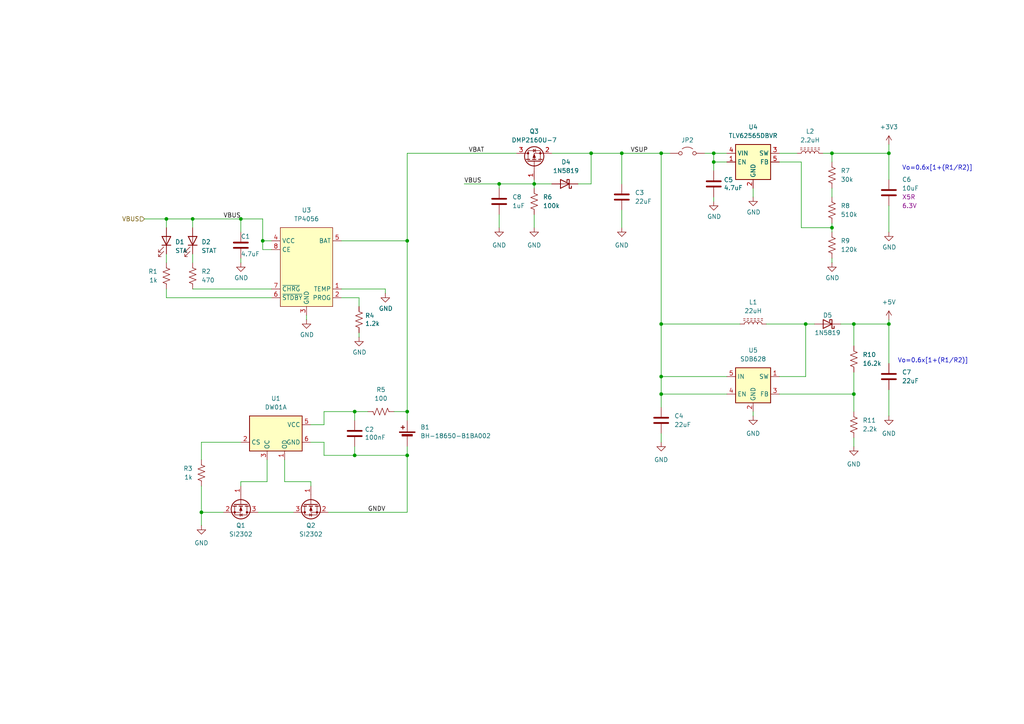
<source format=kicad_sch>
(kicad_sch (version 20250114) (generator "eeschema") (generator_version "9.0")
  (paper "A4")
  (title_block (title "${TITLE}") (date "2025-09-29") (rev "${REVISION}"))
  (lib_symbols
    (symbol "Battery_Management:DW01A"
      (property "Reference" "U" (at -6.604 6.35 0))
      (property "Value" "DW01A" (at 4.318 6.604 0))
      (symbol "DW01A_0_1"
        (pin power_in line (at -10.16 2.54 0) (length 2.54) (name "VCC") (number "5"))
        (pin power_in line (at -10.16 -2.54 0) (length 2.54) (name "GND") (number "6"))
        (pin output line (at -2.54 -7.62 90) (length 2.54) (name "OD") (number "1"))
        (pin output line (at 2.54 -7.62 90) (length 2.54) (name "OC") (number "3"))
        (pin input line (at 10.16 -2.54 180) (length 2.54) (name "CS") (number "2"))
      )
      (symbol "DW01A_1_1"
        (rectangle (start -7.62 5.08) (end 7.62 -5.08) (stroke (width 0.254)) (fill (type background)))
        (pin no_connect line (at 10.16 2.54 180) (length 2.54) (hide yes) (name "TD") (number "4"))
      )
    )
    (symbol "Device:Battery_Cell" (pin_numbers (hide yes)) (pin_names (offset 0) (hide yes))
      (property "Reference" "BT" (at 2.54 2.54 0))
      (property "Value" "Battery_Cell" (at 2.54 0 0))
      (symbol "Battery_Cell_0_1"
        (rectangle (start -2.286 1.778) (end 2.286 1.524) (fill (type outline)))
        (rectangle (start -1.524 1.016) (end 1.524 0.508) (fill (type outline)))
        (polyline (pts (xy 0 1.778) (xy 0 2.54)))
        (polyline (pts (xy 0 0.762) (xy 0 0)))
        (polyline (pts (xy 0.762 3.048) (xy 1.778 3.048)) (stroke (width 0.254)))
        (polyline (pts (xy 1.27 3.556) (xy 1.27 2.54)) (stroke (width 0.254)))
      )
      (symbol "Battery_Cell_1_1"
        (pin passive line (at 0 5.08 270) (length 2.54) (name "+") (number "1"))
        (pin passive line (at 0 -2.54 90) (length 2.54) (name "-") (number "2"))
      )
    )
    (symbol "Device:C" (pin_numbers (hide yes)) (pin_names (offset 0.254))
      (property "Reference" "C" (at 0.635 2.54 0))
      (property "Value" "C" (at 0.635 -2.54 0))
      (symbol "C_0_1"
        (polyline (pts (xy -2.032 0.762) (xy 2.032 0.762)) (stroke (width 0.508)))
        (polyline (pts (xy -2.032 -0.762) (xy 2.032 -0.762)) (stroke (width 0.508)))
      )
      (symbol "C_1_1"
        (pin passive line (at 0 3.81 270) (length 2.794) (name "~") (number "1"))
        (pin passive line (at 0 -3.81 90) (length 2.794) (name "~") (number "2"))
      )
    )
    (symbol "Device:LED" (pin_numbers (hide yes)) (pin_names (offset 1.016) (hide yes))
      (property "Reference" "D" (at 0 2.54 0))
      (property "Value" "LED" (at 0 -2.54 0))
      (symbol "LED_0_1"
        (polyline (pts (xy -3.048 -0.762) (xy -4.572 -2.286) (xy -3.81 -2.286) (xy -4.572 -2.286) (xy -4.572 -1.524)))
        (polyline (pts (xy -1.778 -0.762) (xy -3.302 -2.286) (xy -2.54 -2.286) (xy -3.302 -2.286) (xy -3.302 -1.524)))
        (polyline (pts (xy -1.27 0) (xy 1.27 0)))
        (polyline (pts (xy -1.27 -1.27) (xy -1.27 1.27)) (stroke (width 0.254)))
        (polyline (pts (xy 1.27 -1.27) (xy 1.27 1.27) (xy -1.27 0) (xy 1.27 -1.27)) (stroke (width 0.254)))
      )
      (symbol "LED_1_1"
        (pin passive line (at -3.81 0 0) (length 2.54) (name "K") (number "1"))
        (pin passive line (at 3.81 0 180) (length 2.54) (name "A") (number "2"))
      )
    )
    (symbol "Device:L_Ferrite" (pin_numbers (hide yes)) (pin_names (offset 1.016) (hide yes))
      (property "Reference" "L" (at -1.27 0 90))
      (property "Value" "L_Ferrite" (at 2.794 0 90))
      (symbol "L_Ferrite_0_1"
        (arc (start 0 2.54) (mid 0.6323 1.905) (end 0 1.27))
        (arc (start 0 1.27) (mid 0.6323 0.635) (end 0 0))
        (arc (start 0 0) (mid 0.6323 -0.635) (end 0 -1.27))
        (arc (start 0 -1.27) (mid 0.6323 -1.905) (end 0 -2.54))
        (polyline (pts (xy 1.016 2.286) (xy 1.016 2.794)))
        (polyline (pts (xy 1.016 1.27) (xy 1.016 1.778)))
        (polyline (pts (xy 1.016 0.254) (xy 1.016 0.762)))
        (polyline (pts (xy 1.016 -0.762) (xy 1.016 -0.254)))
        (polyline (pts (xy 1.016 -1.778) (xy 1.016 -1.27)))
        (polyline (pts (xy 1.016 -2.794) (xy 1.016 -2.286)))
        (polyline (pts (xy 1.524 2.794) (xy 1.524 2.286)))
        (polyline (pts (xy 1.524 1.778) (xy 1.524 1.27)))
        (polyline (pts (xy 1.524 0.762) (xy 1.524 0.254)))
        (polyline (pts (xy 1.524 -0.254) (xy 1.524 -0.762)))
        (polyline (pts (xy 1.524 -1.27) (xy 1.524 -1.778)))
        (polyline (pts (xy 1.524 -2.286) (xy 1.524 -2.794)))
      )
      (symbol "L_Ferrite_1_1"
        (pin passive line (at 0 3.81 270) (length 1.27) (name "1") (number "1"))
        (pin passive line (at 0 -3.81 90) (length 1.27) (name "2") (number "2"))
      )
    )
    (symbol "Device:R_US" (pin_numbers (hide yes)) (pin_names (offset 0))
      (property "Reference" "R" (at 2.54 0 90))
      (property "Value" "R_US" (at -2.54 0 90))
      (symbol "R_US_0_1"
        (polyline (pts (xy 0 2.286) (xy 0 2.54)))
        (polyline (pts (xy 0 2.286) (xy 1.016 1.905) (xy 0 1.524) (xy -1.016 1.143) (xy 0 0.762)))
        (polyline (pts (xy 0 0.762) (xy 1.016 0.381) (xy 0 0) (xy -1.016 -0.381) (xy 0 -0.762)))
        (polyline (pts (xy 0 -0.762) (xy 1.016 -1.143) (xy 0 -1.524) (xy -1.016 -1.905) (xy 0 -2.286)))
        (polyline (pts (xy 0 -2.286) (xy 0 -2.54)))
      )
      (symbol "R_US_1_1"
        (pin passive line (at 0 3.81 270) (length 1.27) (name "~") (number "1"))
        (pin passive line (at 0 -3.81 90) (length 1.27) (name "~") (number "2"))
      )
    )
    (symbol "Diode:B120-E3" (pin_numbers (hide yes)) (pin_names (hide yes))
      (property "Reference" "D" (at 0 2.54 0))
      (property "Value" "B120-E3" (at 0 -2.54 0))
      (symbol "B120-E3_0_1"
        (polyline (pts (xy -1.905 0.635) (xy -1.905 1.27) (xy -1.27 1.27) (xy -1.27 -1.27) (xy -0.635 -1.27) (xy -0.635 -0.635)) (stroke (width 0.254)))
        (polyline (pts (xy 1.27 1.27) (xy 1.27 -1.27) (xy -1.27 0) (xy 1.27 1.27)) (stroke (width 0.254)))
        (polyline (pts (xy 1.27 0) (xy -1.27 0)))
      )
      (symbol "B120-E3_1_1"
        (pin passive line (at -3.81 0 0) (length 2.54) (name "K") (number "1"))
        (pin passive line (at 3.81 0 180) (length 2.54) (name "A") (number "2"))
      )
    )
    (symbol "Jumper:Jumper_2_Open" (pin_numbers (hide yes)) (pin_names (offset 0) (hide yes))
      (property "Reference" "JP" (at 0 2.794 0))
      (property "Value" "Jumper_2_Open" (at 0 -2.286 0))
      (symbol "Jumper_2_Open_0_0"
        (circle (center -2.032 0) (radius 0.508))
        (circle (center 2.032 0) (radius 0.508))
      )
      (symbol "Jumper_2_Open_0_1"
        (arc (start -1.524 1.27) (mid 0 1.778) (end 1.524 1.27))
      )
      (symbol "Jumper_2_Open_1_1"
        (pin passive line (at -5.08 0 0) (length 2.54) (name "A") (number "1"))
        (pin passive line (at 5.08 0 180) (length 2.54) (name "B") (number "2"))
      )
    )
    (symbol "LED_1" (pin_numbers (hide yes)) (pin_names (offset 1.016) (hide yes))
      (property "Reference" "D" (at 0 2.54 0))
      (property "Value" "LED" (at 0 -2.54 0))
      (symbol "LED_1_0_1"
        (polyline (pts (xy -3.048 -0.762) (xy -4.572 -2.286) (xy -3.81 -2.286) (xy -4.572 -2.286) (xy -4.572 -1.524)))
        (polyline (pts (xy -1.778 -0.762) (xy -3.302 -2.286) (xy -2.54 -2.286) (xy -3.302 -2.286) (xy -3.302 -1.524)))
        (polyline (pts (xy -1.27 0) (xy 1.27 0)))
        (polyline (pts (xy -1.27 -1.27) (xy -1.27 1.27)) (stroke (width 0.254)))
        (polyline (pts (xy 1.27 -1.27) (xy 1.27 1.27) (xy -1.27 0) (xy 1.27 -1.27)) (stroke (width 0.254)))
      )
      (symbol "LED_1_1_1"
        (pin passive line (at -3.81 0 0) (length 2.54) (name "K") (number "1"))
        (pin passive line (at 3.81 0 180) (length 2.54) (name "A") (number "2"))
      )
    )
    (symbol "Mss_devices:TP4056"
      (property "Reference" "U" (at 6.35 -12.7 0))
      (property "Value" "TP4056" (at 0 0 0))
      (symbol "TP4056_0_0"
        (pin passive line (at -10.16 5.08 0) (length 2.54) (name "CE") (number "8"))
        (pin passive line (at -10.16 -6.35 0) (length 2.54) (name "~{CHRG}") (number "7"))
        (pin passive line (at -10.16 -8.89 0) (length 2.54) (name "~{STDBY}") (number "6"))
        (pin passive line (at 0 -13.97 90) (length 2.54) (name "GND") (number "3"))
        (pin passive line (at 10.16 7.62 180) (length 2.54) (name "BAT") (number "5"))
        (pin passive line (at 10.16 -6.35 180) (length 2.54) (name "TEMP") (number "1"))
        (pin passive line (at 10.16 -8.89 180) (length 2.54) (name "PROG") (number "2"))
      )
      (symbol "TP4056_0_1"
        (rectangle (start -7.62 11.43) (end 7.62 -11.43) (fill (type background)))
      )
      (symbol "TP4056_1_1"
        (pin passive line (at -10.16 7.62 0) (length 2.54) (name "VCC") (number "4"))
      )
    )
    (symbol "Regulator_Switching:MT3608"
      (property "Reference" "U" (at -2.54 8.89 0))
      (property "Value" "MT3608" (at -3.81 6.35 0))
      (symbol "MT3608_0_1"
        (rectangle (start -5.08 5.08) (end 5.08 -5.08) (stroke (width 0.254)) (fill (type background)))
      )
      (symbol "MT3608_1_1"
        (pin power_in line (at -7.62 2.54 0) (length 2.54) (name "IN") (number "5"))
        (pin input line (at -7.62 -2.54 0) (length 2.54) (name "EN") (number "4"))
        (pin power_in line (at 0 -7.62 90) (length 2.54) (name "GND") (number "2"))
        (pin no_connect line (at 5.08 0 180) (length 2.54) (hide yes) (name "NC") (number "6"))
        (pin passive line (at 7.62 2.54 180) (length 2.54) (name "SW") (number "1"))
        (pin input line (at 7.62 -2.54 180) (length 2.54) (name "FB") (number "3"))
      )
    )
    (symbol "Transistor_FET:FDN340P" (pin_names (hide yes))
      (property "Reference" "Q" (at 5.08 1.905 0))
      (property "Value" "FDN340P" (at 5.08 0 0))
      (symbol "FDN340P_0_1"
        (polyline (pts (xy 0.254 1.905) (xy 0.254 -1.905)) (stroke (width 0.254)))
        (polyline (pts (xy 0.254 0) (xy -2.54 0)))
        (polyline (pts (xy 0.762 2.286) (xy 0.762 1.27)) (stroke (width 0.254)))
        (polyline (pts (xy 0.762 1.778) (xy 3.302 1.778) (xy 3.302 -1.778) (xy 0.762 -1.778)))
        (polyline (pts (xy 0.762 0.508) (xy 0.762 -0.508)) (stroke (width 0.254)))
        (polyline (pts (xy 0.762 -1.27) (xy 0.762 -2.286)) (stroke (width 0.254)))
        (circle (center 1.651 0) (radius 2.794) (stroke (width 0.254)))
        (polyline (pts (xy 2.286 0) (xy 1.27 0.381) (xy 1.27 -0.381) (xy 2.286 0)) (fill (type outline)))
        (polyline (pts (xy 2.54 2.54) (xy 2.54 1.778)))
        (circle (center 2.54 1.778) (radius 0.254) (fill (type outline)))
        (circle (center 2.54 -1.778) (radius 0.254) (fill (type outline)))
        (polyline (pts (xy 2.54 -2.54) (xy 2.54 0) (xy 0.762 0)))
        (polyline (pts (xy 2.794 -0.508) (xy 2.921 -0.381) (xy 3.683 -0.381) (xy 3.81 -0.254)))
        (polyline (pts (xy 3.302 -0.381) (xy 2.921 0.254) (xy 3.683 0.254) (xy 3.302 -0.381)))
      )
      (symbol "FDN340P_1_1"
        (pin input line (at -5.08 0 0) (length 2.54) (name "G") (number "1"))
        (pin passive line (at 2.54 5.08 270) (length 2.54) (name "D") (number "3"))
        (pin passive line (at 2.54 -5.08 90) (length 2.54) (name "S") (number "2"))
      )
    )
    (symbol "Transistor_FET:Q_NMOS_GSD" (pin_names (offset 0) (hide yes))
      (property "Reference" "Q" (at 5.08 1.905 0))
      (property "Value" "Q_NMOS_GSD" (at 5.08 0 0))
      (symbol "Q_NMOS_GSD_0_1"
        (polyline (pts (xy 0.254 1.905) (xy 0.254 -1.905)) (stroke (width 0.254)))
        (polyline (pts (xy 0.254 0) (xy -2.54 0)))
        (polyline (pts (xy 0.762 2.286) (xy 0.762 1.27)) (stroke (width 0.254)))
        (polyline (pts (xy 0.762 0.508) (xy 0.762 -0.508)) (stroke (width 0.254)))
        (polyline (pts (xy 0.762 -1.27) (xy 0.762 -2.286)) (stroke (width 0.254)))
        (polyline (pts (xy 0.762 -1.778) (xy 3.302 -1.778) (xy 3.302 1.778) (xy 0.762 1.778)))
        (polyline (pts (xy 1.016 0) (xy 2.032 0.381) (xy 2.032 -0.381) (xy 1.016 0)) (fill (type outline)))
        (circle (center 1.651 0) (radius 2.794) (stroke (width 0.254)))
        (polyline (pts (xy 2.54 2.54) (xy 2.54 1.778)))
        (circle (center 2.54 1.778) (radius 0.254) (fill (type outline)))
        (circle (center 2.54 -1.778) (radius 0.254) (fill (type outline)))
        (polyline (pts (xy 2.54 -2.54) (xy 2.54 0) (xy 0.762 0)))
        (polyline (pts (xy 2.921 0.381) (xy 3.683 0.381)))
        (polyline (pts (xy 3.302 0.381) (xy 2.921 -0.254) (xy 3.683 -0.254) (xy 3.302 0.381)))
      )
      (symbol "Q_NMOS_GSD_1_1"
        (pin input line (at -5.08 0 0) (length 2.54) (name "G") (number "1"))
        (pin passive line (at 2.54 5.08 270) (length 2.54) (name "D") (number "3"))
        (pin passive line (at 2.54 -5.08 90) (length 2.54) (name "S") (number "2"))
      )
    )
    (symbol "kmr:C_1uF_0805" (pin_numbers (hide yes)) (pin_names (offset 0.254))
      (property "Reference" "C" (at 0.635 2.54 0))
      (property "Value" "1uF" (at 0.635 -2.54 0))
      (symbol "C_1uF_0805_0_1"
        (polyline (pts (xy -2.032 0.762) (xy 2.032 0.762)) (stroke (width 0.508)))
        (polyline (pts (xy -2.032 -0.762) (xy 2.032 -0.762)) (stroke (width 0.508)))
      )
      (symbol "C_1uF_0805_1_1"
        (pin passive line (at 0 3.81 270) (length 2.794) (name "~") (number "1"))
        (pin passive line (at 0 -3.81 90) (length 2.794) (name "~") (number "2"))
      )
    )
    (symbol "kmr:R_100_0603" (pin_numbers (hide yes)) (pin_names (offset 0))
      (property "Reference" "R" (at 2.54 0 90))
      (property "Value" "100" (at -2.54 0 90))
      (symbol "R_100_0603_0_1"
        (polyline (pts (xy 0 2.286) (xy 0 2.54)))
        (polyline (pts (xy 0 2.286) (xy 1.016 1.905) (xy 0 1.524) (xy -1.016 1.143) (xy 0 0.762)))
        (polyline (pts (xy 0 0.762) (xy 1.016 0.381) (xy 0 0) (xy -1.016 -0.381) (xy 0 -0.762)))
        (polyline (pts (xy 0 -0.762) (xy 1.016 -1.143) (xy 0 -1.524) (xy -1.016 -1.905) (xy 0 -2.286)))
        (polyline (pts (xy 0 -2.286) (xy 0 -2.54)))
      )
      (symbol "R_100_0603_1_1"
        (pin passive line (at 0 3.81 270) (length 1.27) (name "~") (number "1"))
        (pin passive line (at 0 -3.81 90) (length 1.27) (name "~") (number "2"))
      )
    )
    (symbol "kmr:R_100k_0603" (pin_numbers (hide yes)) (pin_names (offset 0))
      (property "Reference" "R" (at 2.54 0 90))
      (property "Value" "100k" (at -2.54 0 90))
      (symbol "R_100k_0603_0_1"
        (polyline (pts (xy 0 2.286) (xy 0 2.54)))
        (polyline (pts (xy 0 2.286) (xy 1.016 1.905) (xy 0 1.524) (xy -1.016 1.143) (xy 0 0.762)))
        (polyline (pts (xy 0 0.762) (xy 1.016 0.381) (xy 0 0) (xy -1.016 -0.381) (xy 0 -0.762)))
        (polyline (pts (xy 0 -0.762) (xy 1.016 -1.143) (xy 0 -1.524) (xy -1.016 -1.905) (xy 0 -2.286)))
        (polyline (pts (xy 0 -2.286) (xy 0 -2.54)))
      )
      (symbol "R_100k_0603_1_1"
        (pin passive line (at 0 3.81 270) (length 1.27) (name "~") (number "1"))
        (pin passive line (at 0 -3.81 90) (length 1.27) (name "~") (number "2"))
      )
    )
    (symbol "mr-powerSupply:TLV6256x"
      (property "Reference" "U" (at -5.08 6.35 0))
      (property "Value" "TLV6256x" (at 0 6.35 0))
      (symbol "TLV6256x_0_1"
        (rectangle (start -5.08 5.08) (end 5.08 -5.08) (stroke (width 0.254)) (fill (type background)))
      )
      (symbol "TLV6256x_1_1"
        (pin power_in line (at -7.62 2.54 0) (length 2.54) (name "VIN") (number "4"))
        (pin input line (at -7.62 0 0) (length 2.54) (name "EN") (number "1"))
        (pin power_in line (at 0 -7.62 90) (length 2.54) (name "GND") (number "2"))
        (pin power_out line (at 7.62 2.54 180) (length 2.54) (name "SW") (number "3"))
        (pin input line (at 7.62 0 180) (length 2.54) (name "FB") (number "5"))
      )
    )
    (symbol "power:+3V3" (power) (pin_names (offset 0))
      (property "Value" "+3V3" (at 0 3.556 0))
      (symbol "+3V3_0_1"
        (polyline (pts (xy -0.762 1.27) (xy 0 2.54)))
        (polyline (pts (xy 0 2.54) (xy 0.762 1.27)))
        (polyline (pts (xy 0 0) (xy 0 2.54)))
      )
      (symbol "+3V3_1_1"
        (pin power_in line (at 0 0 90) (length 0) (hide yes) (name "+3V3") (number "1"))
      )
    )
    (symbol "power:+5V" (power) (pin_names (offset 0))
      (property "Value" "+5V" (at 0 3.556 0))
      (symbol "+5V_0_1"
        (polyline (pts (xy -0.762 1.27) (xy 0 2.54)))
        (polyline (pts (xy 0 2.54) (xy 0.762 1.27)))
        (polyline (pts (xy 0 0) (xy 0 2.54)))
      )
      (symbol "+5V_1_1"
        (pin power_in line (at 0 0 90) (length 0) (hide yes) (name "+5V") (number "1"))
      )
    )
    (symbol "power:GND" (power) (pin_numbers (hide yes)) (pin_names (offset 0) (hide yes))
      (property "Value" "GND" (at 0 -3.81 0))
      (symbol "GND_0_1"
        (polyline (pts (xy 0 0) (xy 0 -1.27) (xy 1.27 -1.27) (xy 0 -2.54) (xy -1.27 -1.27) (xy 0 -1.27)))
      )
      (symbol "GND_1_1"
        (pin power_in line (at 0 0 270) (length 0) (name "~") (number "1"))
      )
    )
  )
  (text "Vo=0.6x[1+(R1/R2)]" (at 261.62 49.53 0) (effects (font (size 1.27 1.27)) (justify left bottom)))
  (text "Vo=0.6x[1+(R1/R2)]" (at 260.35 105.41 0) (effects (font (size 1.27 1.27)) (justify left bottom)))
  (junction (at 58.42 148.59))
  (junction (at 118.11 69.85))
  (junction (at 191.77 109.22))
  (junction (at 144.78 53.34))
  (junction (at 154.94 53.34))
  (junction (at 257.81 44.45))
  (junction (at 241.3 66.04))
  (junction (at 180.34 44.45))
  (junction (at 55.88 63.5))
  (junction (at 191.77 114.3))
  (junction (at 48.26 63.5))
  (junction (at 191.77 93.98))
  (junction (at 118.11 132.08))
  (junction (at 241.3 44.45))
  (junction (at 247.65 93.98))
  (junction (at 207.01 46.99))
  (junction (at 233.68 93.98))
  (junction (at 102.87 119.38))
  (junction (at 171.45 44.45))
  (junction (at 69.85 63.5))
  (junction (at 191.77 44.45))
  (junction (at 257.81 93.98))
  (junction (at 102.87 132.08))
  (junction (at 118.11 119.38))
  (junction (at 207.01 44.45))
  (junction (at 76.2 69.85))
  (junction (at 247.65 114.3))
  (wire (pts (xy 257.81 113.03) (xy 257.81 120.65)))
  (wire (pts (xy 82.55 139.7) (xy 82.55 133.35)))
  (wire (pts (xy 191.77 44.45) (xy 194.31 44.45)))
  (wire (pts (xy 69.85 140.97) (xy 69.85 139.7)))
  (wire (pts (xy 233.68 93.98) (xy 233.68 109.22)))
  (wire (pts (xy 207.01 44.45) (xy 210.82 44.45)))
  (wire (pts (xy 257.81 59.69) (xy 257.81 67.31)))
  (wire (pts (xy 69.85 139.7) (xy 77.47 139.7)))
  (wire (pts (xy 48.26 63.5) (xy 55.88 63.5)))
  (wire (pts (xy 241.3 64.77) (xy 241.3 66.04)))
  (wire (pts (xy 191.77 109.22) (xy 191.77 114.3)))
  (wire (pts (xy 247.65 114.3) (xy 247.65 107.95)))
  (wire (pts (xy 191.77 125.73) (xy 191.77 128.27)))
  (wire (pts (xy 102.87 119.38) (xy 93.98 119.38)))
  (wire (pts (xy 69.85 63.5) (xy 76.2 63.5)))
  (wire (pts (xy 106.68 119.38) (xy 102.87 119.38)))
  (wire (pts (xy 99.06 83.82) (xy 111.76 83.82)))
  (wire (pts (xy 85.09 148.59) (xy 74.93 148.59)))
  (wire (pts (xy 191.77 93.98) (xy 191.77 109.22)))
  (wire (pts (xy 77.47 139.7) (xy 77.47 133.35)))
  (wire (pts (xy 214.63 93.98) (xy 191.77 93.98)))
  (wire (pts (xy 257.81 105.41) (xy 257.81 93.98)))
  (wire (pts (xy 104.14 88.9) (xy 104.14 86.36)))
  (wire (pts (xy 180.34 44.45) (xy 180.34 53.34)))
  (wire (pts (xy 102.87 129.54) (xy 102.87 132.08)))
  (wire (pts (xy 210.82 46.99) (xy 207.01 46.99)))
  (wire (pts (xy 207.01 46.99) (xy 207.01 44.45)))
  (wire (pts (xy 191.77 44.45) (xy 191.77 93.98)))
  (wire (pts (xy 69.85 63.5) (xy 69.85 67.31)))
  (wire (pts (xy 226.06 44.45) (xy 231.14 44.45)))
  (wire (pts (xy 257.81 52.07) (xy 257.81 44.45)))
  (wire (pts (xy 191.77 114.3) (xy 210.82 114.3)))
  (wire (pts (xy 160.02 44.45) (xy 171.45 44.45)))
  (wire (pts (xy 48.26 83.82) (xy 48.26 86.36)))
  (wire (pts (xy 241.3 74.93) (xy 241.3 76.2)))
  (wire (pts (xy 48.26 86.36) (xy 78.74 86.36)))
  (wire (pts (xy 154.94 53.34) (xy 154.94 54.61)))
  (wire (pts (xy 118.11 129.54) (xy 118.11 132.08)))
  (wire (pts (xy 218.44 54.61) (xy 218.44 57.15)))
  (wire (pts (xy 218.44 119.38) (xy 218.44 120.65)))
  (wire (pts (xy 160.02 53.34) (xy 154.94 53.34)))
  (wire (pts (xy 241.3 66.04) (xy 241.3 67.31)))
  (wire (pts (xy 257.81 92.71) (xy 257.81 93.98)))
  (wire (pts (xy 55.88 76.2) (xy 55.88 73.66)))
  (wire (pts (xy 58.42 148.59) (xy 64.77 148.59)))
  (wire (pts (xy 93.98 128.27) (xy 93.98 132.08)))
  (wire (pts (xy 76.2 72.39) (xy 78.74 72.39)))
  (wire (pts (xy 118.11 119.38) (xy 118.11 121.92)))
  (wire (pts (xy 222.25 93.98) (xy 233.68 93.98)))
  (wire (pts (xy 241.3 44.45) (xy 241.3 46.99)))
  (wire (pts (xy 118.11 44.45) (xy 118.11 69.85)))
  (wire (pts (xy 207.01 46.99) (xy 207.01 49.53)))
  (wire (pts (xy 257.81 41.91) (xy 257.81 44.45)))
  (wire (pts (xy 41.91 63.5) (xy 48.26 63.5)))
  (wire (pts (xy 144.78 62.23) (xy 144.78 66.04)))
  (wire (pts (xy 93.98 119.38) (xy 93.98 123.19)))
  (wire (pts (xy 233.68 109.22) (xy 226.06 109.22)))
  (wire (pts (xy 93.98 123.19) (xy 90.17 123.19)))
  (wire (pts (xy 69.85 74.93) (xy 69.85 76.2)))
  (wire (pts (xy 118.11 44.45) (xy 149.86 44.45)))
  (wire (pts (xy 171.45 44.45) (xy 180.34 44.45)))
  (wire (pts (xy 93.98 132.08) (xy 102.87 132.08)))
  (wire (pts (xy 111.76 85.09) (xy 111.76 83.82)))
  (wire (pts (xy 191.77 118.11) (xy 191.77 114.3)))
  (wire (pts (xy 90.17 139.7) (xy 82.55 139.7)))
  (wire (pts (xy 55.88 63.5) (xy 69.85 63.5)))
  (wire (pts (xy 226.06 46.99) (xy 232.41 46.99)))
  (wire (pts (xy 233.68 93.98) (xy 236.22 93.98)))
  (wire (pts (xy 247.65 114.3) (xy 247.65 119.38)))
  (wire (pts (xy 247.65 93.98) (xy 247.65 100.33)))
  (wire (pts (xy 104.14 96.52) (xy 104.14 97.79)))
  (wire (pts (xy 241.3 44.45) (xy 257.81 44.45)))
  (wire (pts (xy 241.3 54.61) (xy 241.3 57.15)))
  (wire (pts (xy 238.76 44.45) (xy 241.3 44.45)))
  (wire (pts (xy 104.14 86.36) (xy 99.06 86.36)))
  (wire (pts (xy 90.17 128.27) (xy 93.98 128.27)))
  (wire (pts (xy 232.41 46.99) (xy 232.41 66.04)))
  (wire (pts (xy 99.06 69.85) (xy 118.11 69.85)))
  (wire (pts (xy 171.45 53.34) (xy 171.45 44.45)))
  (wire (pts (xy 76.2 69.85) (xy 76.2 72.39)))
  (wire (pts (xy 118.11 132.08) (xy 102.87 132.08)))
  (wire (pts (xy 154.94 62.23) (xy 154.94 66.04)))
  (wire (pts (xy 95.25 148.59) (xy 118.11 148.59)))
  (wire (pts (xy 134.62 53.34) (xy 144.78 53.34)))
  (wire (pts (xy 204.47 44.45) (xy 207.01 44.45)))
  (wire (pts (xy 154.94 53.34) (xy 154.94 52.07)))
  (wire (pts (xy 48.26 63.5) (xy 48.26 66.04)))
  (wire (pts (xy 247.65 93.98) (xy 257.81 93.98)))
  (wire (pts (xy 58.42 148.59) (xy 58.42 152.4)))
  (wire (pts (xy 114.3 119.38) (xy 118.11 119.38)))
  (wire (pts (xy 102.87 121.92) (xy 102.87 119.38)))
  (wire (pts (xy 118.11 69.85) (xy 118.11 119.38)))
  (wire (pts (xy 180.34 44.45) (xy 191.77 44.45)))
  (wire (pts (xy 48.26 73.66) (xy 48.26 76.2)))
  (wire (pts (xy 210.82 109.22) (xy 191.77 109.22)))
  (wire (pts (xy 144.78 53.34) (xy 144.78 54.61)))
  (wire (pts (xy 144.78 53.34) (xy 154.94 53.34)))
  (wire (pts (xy 55.88 63.5) (xy 55.88 66.04)))
  (wire (pts (xy 76.2 69.85) (xy 78.74 69.85)))
  (wire (pts (xy 90.17 139.7) (xy 90.17 140.97)))
  (wire (pts (xy 69.85 128.27) (xy 58.42 128.27)))
  (wire (pts (xy 247.65 127) (xy 247.65 129.54)))
  (wire (pts (xy 232.41 66.04) (xy 241.3 66.04)))
  (wire (pts (xy 243.84 93.98) (xy 247.65 93.98)))
  (wire (pts (xy 76.2 63.5) (xy 76.2 69.85)))
  (wire (pts (xy 118.11 148.59) (xy 118.11 132.08)))
  (wire (pts (xy 226.06 114.3) (xy 247.65 114.3)))
  (wire (pts (xy 207.01 57.15) (xy 207.01 58.42)))
  (wire (pts (xy 58.42 128.27) (xy 58.42 133.35)))
  (wire (pts (xy 180.34 60.96) (xy 180.34 66.04)))
  (wire (pts (xy 167.64 53.34) (xy 171.45 53.34)))
  (wire (pts (xy 58.42 140.97) (xy 58.42 148.59)))
  (wire (pts (xy 55.88 83.82) (xy 78.74 83.82)))
  (wire (pts (xy 88.9 91.44) (xy 88.9 92.71)))
  (label "GNDV" (at 106.68 148.59 0))
  (label "VBUS" (at 134.62 53.34 0))
  (label "VBUS" (at 64.77 63.5 0))
  (label "VBAT" (at 135.89 44.45 0))
  (label "VSUP" (at 187.96 44.45 180))
  (hierarchical_label "VBUS" (shape input) (at 41.91 63.5 180))
  (symbol (lib_id "Device:R_US") (at 104.14 92.71 180) (unit 1)
    (property "Reference" "R4" (at 105.8926 91.5416 0) (effects (justify right)))
    (property "Value" "1.2k" (at 105.8926 93.853 0) (effects (justify right)))
    (property "Footprint" "Resistor_SMD:R_0603_1608Metric_Pad0.98x0.95mm_HandSolder" (effects (hide yes)))
    (property "Description" "100mW Thick Film Resistors ±100ppm/℃ ±1% 1.2kΩ 0603 Chip Resistor - Surface Mount ROHS" (effects (hide yes)))
    (property "Manufacturer" "UNI-ROYAL(Uniroyal Elec)" (effects (hide yes)))
    (property "Price" "0.0011" (effects (hide yes)))
    (property "LCSC" "C22765" (effects (hide yes)))
    (property "Part #" "0603WAF1201T5E" (effects (hide yes)))
    (instances (project "hub_door_sensor" (path "" (reference "R4") (unit 1))) (project "hub_door_sensor" (path "" (reference "R5") (unit 1))))
  )
  (symbol (lib_id "power:GND") (at 191.77 128.27 0) (unit 1)
    (property "Reference" "#PWR013" (effects (hide yes)))
    (property "Value" "GND" (at 191.77 133.35 0))
  )
  (symbol (lib_id "Transistor_FET:FDN340P") (at 154.94 46.99 90) (unit 1)
    (property "Reference" "Q3" (at 154.94 38.1 90))
    (property "Value" "DMP2160U-7" (at 154.94 40.64 90))
    (property "Footprint" "Package_TO_SOT_SMD:SOT-23" (effects (hide yes)))
    (property "Datasheet" "https://media.digikey.com/pdf/Data%20Sheets/Diodes%20PDFs/DMP2160U.pdf" (effects (hide yes)))
    (property "Description" "20V 3.2A 1.4W 80mΩ@4.5V,1.5A P Channel SOT-23 MOSFETs ROHS" (effects (hide yes)))
    (property "Manufacturer" "Diodes Incorporated" (effects (hide yes)))
    (property "Price" "0.0639" (effects (hide yes)))
    (property "Part #" "DMP2160U-7" (effects (hide yes)))
    (property "LCSC" "C260875" (effects (hide yes)))
  )
  (symbol (lib_id "Device:R_US") (at 241.3 71.12 0) (unit 1)
    (property "Reference" "R9" (at 243.84 69.85 0) (effects (justify left)))
    (property "Value" "120k" (at 243.84 72.39 0) (effects (justify left)))
    (property "Footprint" "Resistor_SMD:R_0603_1608Metric_Pad0.98x0.95mm_HandSolder" (effects (hide yes)))
    (property "Description" "100mW Thick Film Resistors ±100ppm/℃ ±1% 120kΩ 0603 Chip Resistor - Surface Mount ROHS" (effects (hide yes)))
    (property "Manufacturer" "UNI-ROYAL(Uniroyal Elec)" (effects (hide yes)))
    (property "Price" "0.0010" (effects (hide yes)))
    (property "LCSC" "C25808" (effects (hide yes)))
    (property "Part #" "0603WAF1203T5E" (effects (hide yes)))
    (instances (project "hub_door_sensor" (path "" (reference "R9") (unit 1))) (project "hub_door_sensor" (path "" (reference "R10") (unit 1))))
  )
  (symbol (lib_id "power:GND") (at 247.65 129.54 0) (unit 1)
    (property "Reference" "#PWR018" (effects (hide yes)))
    (property "Value" "GND" (at 247.65 134.62 0))
  )
  (symbol (lib_id "Device:C") (at 257.81 109.22 0) (unit 1)
    (property "Reference" "C7" (at 261.62 107.9499 0) (effects (justify left)))
    (property "Value" "22uF" (at 261.62 110.4899 0) (effects (justify left)))
    (property "Footprint" "Capacitor_SMD:C_0805_2012Metric_Pad1.18x1.45mm_HandSolder" (effects (hide yes)))
    (property "Description" "6.3V 22uF X5R ±20% 0805 Multilayer Ceramic Capacitors MLCC - SMD/SMT ROHS" (effects (hide yes)))
    (property "Manufacturer" "Samsung Electro-Mechanics" (effects (hide yes)))
    (property "Price" "0.01" (effects (hide yes)))
    (property "LCSC" "C5674" (effects (hide yes)))
    (property "Part #" "CL21A226MQQNNNE" (effects (hide yes)))
  )
  (symbol (lib_id "power:GND") (at 154.94 66.04 0) (unit 1)
    (property "Reference" "#PWR011" (effects (hide yes)))
    (property "Value" "GND" (at 154.94 71.12 0))
    (property "Description" "Power symbol creates a global label with name \"GND\" , ground" (effects (hide yes)))
  )
  (symbol (lib_id "power:GND") (at 241.3 76.2 0) (unit 1)
    (property "Reference" "#PWR017" (effects (hide yes)))
    (property "Value" "GND" (at 241.427 80.5942 0))
  )
  (symbol (lib_id "power:GND") (at 180.34 66.04 0) (unit 1)
    (property "Reference" "#PWR012" (effects (hide yes)))
    (property "Value" "GND" (at 180.34 71.12 0))
    (property "Description" "Power symbol creates a global label with name \"GND\" , ground" (effects (hide yes)))
  )
  (symbol (lib_id "kmr:R_100_0603") (at 110.49 119.38 270) (mirror x) (unit 1)
    (property "Reference" "R5" (at 110.49 113.03 90))
    (property "Value" "100" (at 110.49 115.57 90))
    (property "Footprint" "Resistor_SMD:R_0603_1608Metric" (effects (hide yes)))
    (property "Description" "100mW Thick Film Resistor 75V ±100ppm/℃ ±1% 100Ω 0603 Chip Resistor - Surface Mount ROHS" (effects (hide yes)))
    (property "Manufacturer" "YAGEO" (effects (hide yes)))
    (property "Price" "0.001" (effects (hide yes)))
    (property "Part #" "RC0603FR-07100RL" (effects (hide yes)))
    (property "LCSC" "C105588" (effects (hide yes)))
    (property "InvenTree" "156" (effects (hide yes)))
    (property "Part URL" "http://inv.kuska-iot.com/part/156/" (effects (hide yes)))
    (property "IPN" "RES-000156-00" (effects (hide yes)))
    (property "Tolerance" "-" (effects (hide yes)))
    (property "Rated Power" "-" (effects (hide yes)))
    (property "Temperature Range" "-" (effects (hide yes)))
    (instances (project "hub_door_sensor" (path "" (reference "R5") (unit 1))) (project "hub_door_sensor" (path "" (reference "R6") (unit 1))))
  )
  (symbol (lib_id "Device:C") (at 69.85 71.12 0) (mirror y) (unit 1)
    (property "Reference" "C1" (at 69.85 68.58 0) (effects (justify right)))
    (property "Value" "4.7uF" (at 69.85 73.66 0) (effects (justify right)))
    (property "Footprint" "Capacitor_SMD:C_0603_1608Metric_Pad1.08x0.95mm_HandSolder" (effects (hide yes)))
    (property "Description" "10V 4.7uF X5R ±10% 0603 Multilayer Ceramic Capacitors MLCC - SMD/SMT ROHS" (effects (hide yes)))
    (property "Manufacturer" "Samsung Electro-Mechanics" (effects (hide yes)))
    (property "Price" "0.01" (effects (hide yes)))
    (property "LCSC" "C1705" (effects (hide yes)))
    (property "Part #" "CL10A475KP8NNNC" (effects (hide yes)))
  )
  (symbol (lib_id "power:GND") (at 207.01 58.42 0) (unit 1)
    (property "Reference" "#PWR014" (effects (hide yes)))
    (property "Value" "GND" (at 207.137 62.8142 0))
  )
  (symbol (lib_id "Diode:B120-E3") (at 163.83 53.34 180) (unit 1)
    (property "Reference" "D4" (at 164.1475 46.99 0))
    (property "Value" "1N5819" (at 164.1475 49.53 0))
    (property "Footprint" "Diode_SMD:D_SOD-123" (effects (hide yes)))
    (property "Datasheet" "https://www.mccsemi.com/pdf/Products/SS12-L-SS110-L(DO-214AC).pdf" (effects (hide yes)))
    (property "Description" "40V 450mV@1A 1A SOD-123 Schottky Barrier Diodes (SBD) ROHS" (effects (hide yes)))
    (property "Manufacturer" "Diodes Incorporated" (effects (hide yes)))
    (property "Price" "0.02" (effects (hide yes)))
    (property "LCSC" "C82544" (effects (hide yes)))
    (property "Part #" "1N5819HW-7-F" (effects (hide yes)))
    (instances (project "hub_door_sensor" (path "" (reference "D4") (unit 1))) (project "hub_door_sensor" (path "" (reference "D6") (unit 1))))
  )
  (symbol (lib_id "Device:L_Ferrite") (at 218.44 93.98 90) (unit 1)
    (property "Reference" "L1" (at 218.44 87.63 90))
    (property "Value" "22uH" (at 218.44 90.17 90))
    (property "Footprint" "Inductor_SMD:L_Coilcraft_XxL4030" (effects (hide yes)))
    (property "Description" "1A 22uH ±20% 1.3A SMD Power Inductors ROHS" (effects (hide yes)))
    (property "Manufacturer" "Sunlord" (effects (hide yes)))
    (property "Price" "0.05" (effects (hide yes)))
    (property "LCSC" "C83472" (effects (hide yes)))
    (property "Part #" "SWPA4030S220MT" (effects (hide yes)))
    (instances (project "hub_door_sensor" (path "" (reference "L1") (unit 1))) (project "hub_door_sensor" (path "" (reference "L2") (unit 1))))
  )
  (symbol (lib_id "Battery_Management:DW01A") (at 80.01 125.73 0) (mirror y) (unit 1)
    (property "Reference" "U1" (at 80.01 115.57 0))
    (property "Value" "DW01A" (at 80.01 118.11 0))
    (property "Footprint" "Package_TO_SOT_SMD:SOT-23-6" (effects (hide yes)))
    (property "Datasheet" "https://hmsemi.com/downfile/DW01A.PDF" (effects (hide yes)))
    (property "Description" "Overcharge, overcurrent and overdischarge protection IC for single cell lithium-ion/polymer battery" (effects (hide yes)))
    (property "Manufacturer" "PUOLOP" (effects (hide yes)))
    (property "Price" "0.8" (effects (hide yes)))
    (property "LCSC" "C351410" (effects (hide yes)))
    (property "Part #" "DW01A" (effects (hide yes)))
  )
  (symbol (lib_id "power:GND") (at 111.76 85.09 0) (unit 1)
    (property "Reference" "#PWR010" (effects (hide yes)))
    (property "Value" "GND" (at 111.887 89.4842 0))
  )
  (symbol (lib_id "power:GND") (at 257.81 120.65 0) (unit 1)
    (property "Reference" "#PWR022" (effects (hide yes)))
    (property "Value" "GND" (at 257.81 125.73 0))
  )
  (symbol (lib_id "Device:R_US") (at 55.88 80.01 180) (unit 1)
    (property "Reference" "R2" (at 58.42 78.7399 0) (effects (justify right)))
    (property "Value" "470" (at 58.42 81.2799 0) (effects (justify right)))
    (property "Footprint" "Resistor_SMD:R_0603_1608Metric_Pad0.98x0.95mm_HandSolder" (effects (hide yes)))
    (property "Description" "100mW Thick Film Resistors ±100ppm/℃ ±1% 470Ω 0603 Chip Resistor - Surface Mount ROHS" (effects (hide yes)))
    (property "Manufacturer" "UNI-ROYAL(Uniroyal Elec)" (effects (hide yes)))
    (property "Price" "0.0011" (effects (hide yes)))
    (property "LCSC" "C23179" (effects (hide yes)))
    (property "Part #" "0603WAF4700T5E" (effects (hide yes)))
    (instances (project "hub_door_sensor" (path "" (reference "R2") (unit 1))) (project "hub_door_sensor" (path "" (reference "R3") (unit 1))))
  )
  (symbol (lib_id "power:GND") (at 69.85 76.2 0) (unit 1)
    (property "Reference" "#PWR07" (effects (hide yes)))
    (property "Value" "GND" (at 69.977 80.5942 0))
  )
  (symbol (lib_id "Device:Battery_Cell") (at 118.11 127 0) (mirror y) (unit 1)
    (property "Reference" "B1" (at 121.92 123.8885 0) (effects (justify right)))
    (property "Value" "BH-18650-B1BA002" (at 121.92 126.4285 0) (effects (justify right)))
    (property "Footprint" "MR-footprint:BatteryHolder_MYOUNG_B1BA002_1x18650" (effects (hide yes)))
    (property "Datasheet" "https://www.lcsc.com/datasheet/lcsc_datasheet_2410121938_MYOUNG-BH-18650-B1BA002_C2988620.pdf" (effects (hide yes)))
    (property "Description" "Battery box 18650 SMD Button And Strip Battery Connector ROHS" (effects (hide yes)))
    (property "Manufacturer" "MYOUNG" (effects (hide yes)))
    (property "Price" "1.23" (effects (hide yes)))
    (property "LCSC" "C2988620" (effects (hide yes)))
    (property "Part #" "BH-18650-B1BA002" (effects (hide yes)))
  )
  (symbol (lib_id "Device:C") (at 102.87 125.73 0) (mirror y) (unit 1)
    (property "Reference" "C2" (at 105.791 124.5616 0) (effects (justify right)))
    (property "Value" "100nF" (at 105.791 126.873 0) (effects (justify right)))
    (property "Footprint" "Capacitor_SMD:C_0603_1608Metric_Pad1.08x0.95mm_HandSolder" (effects (hide yes)))
    (property "Description" "16V 100nF X7R ±10% 0603 Multilayer Ceramic Capacitors MLCC - SMD/SMT ROHS" (effects (hide yes)))
    (property "Manufacturer" "Samsung Electro-Mechanics" (effects (hide yes)))
    (property "Price" "0.01" (effects (hide yes)))
    (property "TC" "X7R" (effects (hide yes)))
    (property "LCSC" "C66501" (effects (hide yes)))
    (property "Part #" "CL10B104KO8NNNC" (effects (hide yes)))
  )
  (symbol (lib_id "Device:R_US") (at 247.65 123.19 0) (unit 1)
    (property "Reference" "R11" (at 250.19 121.9199 0) (effects (justify left)))
    (property "Value" "2.2k" (at 250.19 124.4599 0) (effects (justify left)))
    (property "Footprint" "Resistor_SMD:R_0603_1608Metric_Pad0.98x0.95mm_HandSolder" (effects (hide yes)))
    (property "Description" "100mW Thick Film Resistors ±100ppm/℃ ±1% 2.2kΩ 0603 Chip Resistor - Surface Mount ROHS" (effects (hide yes)))
    (property "Manufacturer" "UNI-ROYAL(Uniroyal Elec)" (effects (hide yes)))
    (property "Price" "0.0010" (effects (hide yes)))
    (property "LCSC" "C4190" (effects (hide yes)))
    (property "Part #" "0603WAF2201T5E" (effects (hide yes)))
    (instances (project "hub_door_sensor" (path "" (reference "R11") (unit 1))) (project "hub_door_sensor" (path "" (reference "R12") (unit 1))))
  )
  (symbol (lib_id "mr-powerSupply:TLV6256x") (at 218.44 46.99 0) (unit 1)
    (property "Reference" "U4" (at 218.44 36.83 0))
    (property "Value" "TLV62565DBVR" (at 218.44 39.37 0))
    (property "Footprint" "Package_TO_SOT_SMD:SOT-23-5" (effects (hide yes)))
    (property "Datasheet" "https://www.ti.com/lit/ds/symlink/tlv62565.pdf?ts=1694128510761&ref_url=https%253A%252F%252Fwww.ti.com%252Fproduct%252Fes-mx%252FTLV62565%252Fpart-details%252FTLV62565DBVR" (effects (hide yes)))
    (property "Description" "Step-down type Adjustable 0.6V~5.23V 1.5A 2.7V~5.5V SOT-23-5 DC-DC Converters ROHS" (effects (hide yes)))
    (property "Manufacturer" "Texas Instruments" (effects (hide yes)))
    (property "Price" "0.46" (effects (hide yes)))
    (property "LCSC" "C87122" (effects (hide yes)))
    (property "Part #" "TLV62565DBVR" (effects (hide yes)))
    (instances (project "hub_door_sensor" (path "" (reference "U4") (unit 1))) (project "hub_door_sensor" (path "" (reference "U3") (unit 1))))
  )
  (symbol (lib_id "Device:LED") (at 48.26 69.85 270) (mirror x) (unit 1)
    (property "Reference" "D1" (at 50.8 70.1675 90) (effects (justify left)))
    (property "Value" "STA" (at 50.8 72.7075 90) (effects (justify left)))
    (property "Footprint" "LED_SMD:LED_0603_1608Metric_Pad1.05x0.95mm_HandSolder" (effects (hide yes)))
    (property "Description" "Light emitting diode" (effects (hide yes)))
    (property "Manufacturer" "XINGLIGHT" (effects (hide yes)))
    (property "Price" "0.0040" (effects (hide yes)))
    (property "LCSC" "C965804" (effects (hide yes)))
    (property "Part #" "XL-1608UGC-04" (effects (hide yes)))
    (property "Sim.Pins" "1=K 2=A" (effects (hide yes)))
    (instances (project "hub_door_sensor" (path "" (reference "D1") (unit 1))) (project "hub_door_sensor" (path "" (reference "D3") (unit 1))))
  )
  (symbol (lib_id "kmr:R_100k_0603") (at 154.94 58.42 180) (unit 1)
    (property "Reference" "R6" (at 157.48 57.15 0) (effects (justify right)))
    (property "Value" "100k" (at 157.48 59.69 0) (effects (justify right)))
    (property "Footprint" "Resistor_SMD:R_0603_1608Metric" (effects (hide yes)))
    (property "Datasheet" "https://www.lcsc.com/datasheet/C14675.pdf" (effects (hide yes)))
    (property "Description" "100mW Thick Film Resistors 75V ±100ppm/℃ ±1% 100kΩ 0603 Chip Resistor - Surface Mount ROHS" (effects (hide yes)))
    (property "Manufacturer" "YAGEO" (effects (hide yes)))
    (property "Price" "0.001" (effects (hide yes)))
    (property "Part #" "RC0603FR-07100KL" (effects (hide yes)))
    (property "LCSC" "C14675" (effects (hide yes)))
    (property "InvenTree" "13" (effects (hide yes)))
    (property "Part URL" "http://inv.kuska-iot.com/part/13/" (effects (hide yes)))
    (property "IPN" "IPN-0013" (effects (hide yes)))
    (instances (project "hub_door_sensor" (path "" (reference "R6") (unit 1))) (project "hub_door_sensor" (path "" (reference "R7") (unit 1))))
  )
  (symbol (lib_id "power:GND") (at 58.42 152.4 0) (mirror y) (unit 1)
    (property "Reference" "#PWR06" (effects (hide yes)))
    (property "Value" "GND" (at 58.42 157.48 0))
    (property "Description" "Power symbol creates a global label with name \"GND\" , ground" (effects (hide yes)))
  )
  (symbol (lib_id "Transistor_FET:Q_NMOS_GSD") (at 69.85 146.05 270) (unit 1)
    (property "Reference" "Q1" (at 69.85 152.4 90))
    (property "Value" "SI2302" (at 69.85 154.94 90))
    (property "Footprint" "Package_TO_SOT_SMD:SOT-23" (effects (hide yes)))
    (property "Datasheet" "https://www.lcsc.com/datasheet/C2891732.pdf" (effects (hide yes)))
    (property "Description" "20V 3A 1W 65mΩ@2.5V 1V@250uA 1 N-Channel SOT-23 Single FETs, MOSFETs ROHS" (effects (hide yes)))
    (property "Part #" "SI2302" (effects (hide yes)))
    (property "Manufacturer" "YONGYUTAI" (effects (hide yes)))
    (property "Price" "0.00112" (effects (hide yes)))
    (property "LCSC" "C2891732" (effects (hide yes)))
  )
  (symbol (lib_id "power:+3V3") (at 257.81 41.91 0) (unit 1)
    (property "Reference" "#PWR019" (effects (hide yes)))
    (property "Value" "+3V3" (at 257.81 36.83 0))
  )
  (symbol (lib_id "Transistor_FET:Q_NMOS_GSD") (at 90.17 146.05 90) (mirror x) (unit 1)
    (property "Reference" "Q2" (at 90.17 152.4 90))
    (property "Value" "SI2302" (at 90.17 154.94 90))
    (property "Footprint" "Package_TO_SOT_SMD:SOT-23" (effects (hide yes)))
    (property "Datasheet" "https://www.lcsc.com/datasheet/C2891732.pdf" (effects (hide yes)))
    (property "Description" "20V 3A 1W 65mΩ@2.5V 1V@250uA 1 N-Channel SOT-23 Single FETs, MOSFETs ROHS" (effects (hide yes)))
    (property "Part #" "SI2302" (effects (hide yes)))
    (property "Manufacturer" "YONGYUTAI" (effects (hide yes)))
    (property "Price" "0.00112" (effects (hide yes)))
    (property "LCSC" "C2891732" (effects (hide yes)))
  )
  (symbol (lib_id "power:GND") (at 257.81 67.31 0) (unit 1)
    (property "Reference" "#PWR020" (effects (hide yes)))
    (property "Value" "GND" (at 257.937 71.7042 0))
  )
  (symbol (lib_id "Device:R_US") (at 241.3 60.96 0) (unit 1)
    (property "Reference" "R8" (at 243.84 59.69 0) (effects (justify left)))
    (property "Value" "510k" (at 243.84 62.23 0) (effects (justify left)))
    (property "Footprint" "Resistor_SMD:R_0603_1608Metric_Pad0.98x0.95mm_HandSolder" (effects (hide yes)))
    (property "Description" "100mW Thick Film Resistors ±100ppm/℃ ±1% 510kΩ 0603 Chip Resistor - Surface Mount ROHS" (effects (hide yes)))
    (property "Manufacturer" "UNI-ROYAL(Uniroyal Elec)" (effects (hide yes)))
    (property "Price" "0.0010" (effects (hide yes)))
    (property "LCSC" "C23192" (effects (hide yes)))
    (property "Part #" "0603WAF5103T5E" (effects (hide yes)))
    (instances (project "hub_door_sensor" (path "" (reference "R8") (unit 1))) (project "hub_door_sensor" (path "" (reference "R9") (unit 1))))
  )
  (symbol (lib_id "Device:R_US") (at 241.3 50.8 0) (unit 1)
    (property "Reference" "R7" (at 243.84 49.53 0) (effects (justify left)))
    (property "Value" "30k" (at 243.84 52.07 0) (effects (justify left)))
    (property "Footprint" "Resistor_SMD:R_0603_1608Metric_Pad0.98x0.95mm_HandSolder" (effects (hide yes)))
    (property "Description" "100mW Thick Film Resistors ±100ppm/℃ ±1% 30kΩ 0603 Chip Resistor - Surface Mount ROHS" (effects (hide yes)))
    (property "Manufacturer" "UNI-ROYAL(Uniroyal Elec)" (effects (hide yes)))
    (property "Price" "0.0010" (effects (hide yes)))
    (property "LCSC" "C22984" (effects (hide yes)))
    (property "Part #" "0603WAF3002T5E" (effects (hide yes)))
    (instances (project "hub_door_sensor" (path "" (reference "R7") (unit 1))) (project "hub_door_sensor" (path "" (reference "R8") (unit 1))))
  )
  (symbol (lib_id "Regulator_Switching:MT3608") (at 218.44 111.76 0) (unit 1)
    (property "Reference" "U5" (at 218.44 101.6 0))
    (property "Value" "SDB628" (at 218.44 104.14 0))
    (property "Footprint" "Package_TO_SOT_SMD:SOT-23-6" (effects (hide yes)))
    (property "Datasheet" "https://www.uugear.com/doc/datasheet/SDB628.pdf" (effects (hide yes)))
    (property "Description" "boost converterType 28V 2A 2V~24V SOT-23-6 DC-DC Converters ROHS" (effects (hide yes)))
    (property "Manufacturer" "SHOUDING" (effects (hide yes)))
    (property "Price" "0.1875" (effects (hide yes)))
    (property "LCSC" "C77805" (effects (hide yes)))
    (property "Part #" "SDB628" (effects (hide yes)))
    (instances (project "hub_door_sensor" (path "" (reference "U5") (unit 1))) (project "hub_door_sensor" (path "" (reference "U4") (unit 1))))
  )
  (symbol (lib_id "Device:L_Ferrite") (at 234.95 44.45 90) (unit 1)
    (property "Reference" "L2" (at 234.95 38.1 90))
    (property "Value" "2.2uH" (at 234.95 40.64 90))
    (property "Footprint" "Inductor_SMD:L_Taiyo-Yuden_MD-4040" (effects (hide yes)))
    (property "Datasheet" "https://datasheet.lcsc.com/lcsc/2304140030_Murata-Electronics-LQH44PN2R2MP0L_C86081.pdf" (effects (hide yes)))
    (property "Description" "1.8A 2.2uH ±20% 1515 Power Inductors ROHS" (effects (hide yes)))
    (property "Manufacturer" "Murata Electronics" (effects (hide yes)))
    (property "Price" "0.14" (effects (hide yes)))
    (property "LCSC" "C86081" (effects (hide yes)))
    (property "Part #" "LQH44PN2R2MP0L" (effects (hide yes)))
    (instances (project "hub_door_sensor" (path "" (reference "L2") (unit 1))) (project "hub_door_sensor" (path "" (reference "L3") (unit 1))))
  )
  (symbol (lib_id "kmr:C_1uF_0805") (at 144.78 58.42 0) (unit 1)
    (property "Reference" "C8" (at 148.59 57.15 0) (effects (justify left)))
    (property "Value" "1uF" (at 148.59 59.69 0) (effects (justify left)))
    (property "Footprint" "Capacitor_SMD:C_0805_2012Metric" (effects (hide yes)))
    (property "Description" "50V 1uF X7R ±10% 0805 Multilayer Ceramic Capacitors MLCC - SMD/SMT ROHS" (effects (hide yes)))
    (property "Manufacturer" "Samsung Electro-Mechanics" (effects (hide yes)))
    (property "Price" "0.001" (effects (hide yes)))
    (property "Part #" "CL21B105KBFNNNE" (effects (hide yes)))
    (property "LCSC" "C28323" (effects (hide yes)))
    (property "InvenTree" "5" (effects (hide yes)))
    (property "Part URL" "http://inv.kuska-iot.com/part/5/" (effects (hide yes)))
    (property "IPN" "IPN-0006" (effects (hide yes)))
  )
  (symbol (lib_id "Device:C") (at 191.77 121.92 0) (unit 1)
    (property "Reference" "C4" (at 195.58 120.6499 0) (effects (justify left)))
    (property "Value" "22uF" (at 195.58 123.1899 0) (effects (justify left)))
    (property "Footprint" "Capacitor_SMD:C_0805_2012Metric_Pad1.18x1.45mm_HandSolder" (effects (hide yes)))
    (property "Description" "6.3V 22uF X5R ±20% 0805 Multilayer Ceramic Capacitors MLCC - SMD/SMT ROHS" (effects (hide yes)))
    (property "Manufacturer" "Samsung Electro-Mechanics" (effects (hide yes)))
    (property "Price" "0.01" (effects (hide yes)))
    (property "LCSC" "C5674" (effects (hide yes)))
    (property "Part #" "CL21A226MQQNNNE" (effects (hide yes)))
  )
  (symbol (lib_id "Diode:B120-E3") (at 240.03 93.98 180) (unit 1)
    (property "Reference" "D5" (at 240.03 91.44 0))
    (property "Value" "1N5819" (at 240.03 96.52 0))
    (property "Footprint" "Diode_SMD:D_SOD-123" (effects (hide yes)))
    (property "Datasheet" "https://www.mccsemi.com/pdf/Products/SS12-L-SS110-L(DO-214AC).pdf" (effects (hide yes)))
    (property "Description" "40V 450mV@1A 1A SOD-123 Schottky Barrier Diodes (SBD) ROHS" (effects (hide yes)))
    (property "Manufacturer" "Diodes Incorporated" (effects (hide yes)))
    (property "Price" "0.02" (effects (hide yes)))
    (property "LCSC" "C82544" (effects (hide yes)))
    (property "Part #" "1N5819HW-7-F" (effects (hide yes)))
    (instances (project "hub_door_sensor" (path "" (reference "D5") (unit 1))) (project "hub_door_sensor" (path "" (reference "D7") (unit 1))))
  )
  (symbol (lib_id "power:+5V") (at 257.81 92.71 0) (unit 1)
    (property "Reference" "#PWR021" (effects (hide yes)))
    (property "Value" "+5V" (at 257.81 87.63 0))
  )
  (symbol (lib_id "power:GND") (at 218.44 57.15 0) (unit 1)
    (property "Reference" "#PWR015" (effects (hide yes)))
    (property "Value" "GND" (at 218.567 61.5442 0))
  )
  (symbol (lib_id "power:GND") (at 88.9 92.71 0) (unit 1)
    (property "Reference" "#PWR08" (effects (hide yes)))
    (property "Value" "GND" (at 89.027 97.1042 0))
  )
  (symbol (lib_id "Device:C") (at 257.81 55.88 0) (unit 1)
    (property "Reference" "C6" (at 261.62 52.07 0) (effects (justify left)))
    (property "Value" "10uF" (at 261.62 54.61 0) (effects (justify left)))
    (property "Footprint" "Capacitor_SMD:C_0805_2012Metric_Pad1.18x1.45mm_HandSolder" (effects (hide yes)))
    (property "Description" "10V 10uF X5R ±10% 0805 Multilayer Ceramic Capacitors MLCC - SMD/SMT ROHS" (effects (hide yes)))
    (property "Manufacturer" "Samsung Electro-Mechanics" (effects (hide yes)))
    (property "Price" "0.01" (effects (hide yes)))
    (property "TC" "X5R" (at 261.62 57.15 0) (effects (justify left)))
    (property "V" "6.3V" (at 261.62 59.69 0) (effects (justify left)))
    (property "LCSC" "C17024" (effects (hide yes)))
    (property "Part #" "CL21A106KPFNNNE" (effects (hide yes)))
  )
  (symbol (lib_id "Device:C") (at 207.01 53.34 0) (mirror y) (unit 1)
    (property "Reference" "C5" (at 209.931 52.1716 0) (effects (justify right)))
    (property "Value" "4.7uF" (at 209.931 54.483 0) (effects (justify right)))
    (property "Footprint" "Capacitor_SMD:C_0603_1608Metric_Pad1.08x0.95mm_HandSolder" (effects (hide yes)))
    (property "Description" "10V 4.7uF X5R ±10% 0603 Multilayer Ceramic Capacitors MLCC - SMD/SMT ROHS" (effects (hide yes)))
    (property "Manufacturer" "Samsung Electro-Mechanics" (effects (hide yes)))
    (property "Price" "0.01" (effects (hide yes)))
    (property "LCSC" "C1705" (effects (hide yes)))
    (property "Part #" "CL10A475KP8NNNC" (effects (hide yes)))
  )
  (symbol (lib_id "power:GND") (at 104.14 97.79 0) (unit 1)
    (property "Reference" "#PWR09" (effects (hide yes)))
    (property "Value" "GND" (at 104.267 102.1842 0))
  )
  (symbol (lib_id "Device:R_US") (at 58.42 137.16 180) (unit 1)
    (property "Reference" "R3" (at 55.88 135.8899 0) (effects (justify left)))
    (property "Value" "1k" (at 55.88 138.4299 0) (effects (justify left)))
    (property "Footprint" "Resistor_SMD:R_0603_1608Metric_Pad0.98x0.95mm_HandSolder" (effects (hide yes)))
    (property "Description" "100mW Thick Film Resistors ±100ppm/℃ ±1% 1kΩ 0603 Chip Resistor - Surface Mount ROHS" (effects (hide yes)))
    (property "Manufacturer" "UNI-ROYAL(Uniroyal Elec)" (effects (hide yes)))
    (property "Price" "0.0006" (effects (hide yes)))
    (property "LCSC" "C21190" (effects (hide yes)))
    (property "Part #" "0603WAF1001T5E" (effects (hide yes)))
    (instances (project "hub_door_sensor" (path "" (reference "R3") (unit 1))) (project "hub_door_sensor" (path "" (reference "R4") (unit 1))))
  )
  (symbol (lib_id "power:GND") (at 218.44 120.65 0) (unit 1)
    (property "Reference" "#PWR016" (effects (hide yes)))
    (property "Value" "GND" (at 218.44 125.73 0))
  )
  (symbol (lib_name "LED_1") (lib_id "Device:LED") (at 55.88 69.85 270) (mirror x) (unit 1)
    (property "Reference" "D2" (at 58.42 70.1675 90) (effects (justify left)))
    (property "Value" "STAT" (at 58.42 72.7075 90) (effects (justify left)))
    (property "Footprint" "LED_SMD:LED_0603_1608Metric_Pad1.05x0.95mm_HandSolder" (effects (hide yes)))
    (property "Description" "Light emitting diode" (effects (hide yes)))
    (property "Manufacturer" "Foshan NationStar Optoelectronics" (effects (hide yes)))
    (property "Price" "0.0082" (effects (hide yes)))
    (property "LCSC" "C84263" (effects (hide yes)))
    (property "Part #" "NCD0603R1" (effects (hide yes)))
    (property "Sim.Pins" "1=K 2=A" (effects (hide yes)))
    (instances (project "hub_door_sensor" (path "" (reference "D2") (unit 1))) (project "hub_door_sensor" (path "" (reference "D4") (unit 1))))
  )
  (symbol (lib_id "Device:R_US") (at 48.26 80.01 180) (unit 1)
    (property "Reference" "R1" (at 45.72 78.7399 0) (effects (justify left)))
    (property "Value" "1k" (at 45.72 81.2799 0) (effects (justify left)))
    (property "Footprint" "Resistor_SMD:R_0603_1608Metric_Pad0.98x0.95mm_HandSolder" (effects (hide yes)))
    (property "Description" "100mW Thick Film Resistors ±100ppm/℃ ±1% 1kΩ 0603 Chip Resistor - Surface Mount ROHS" (effects (hide yes)))
    (property "Manufacturer" "UNI-ROYAL(Uniroyal Elec)" (effects (hide yes)))
    (property "Price" "0.0006" (effects (hide yes)))
    (property "LCSC" "C21190" (effects (hide yes)))
    (property "Part #" "0603WAF1001T5E" (effects (hide yes)))
    (instances (project "hub_door_sensor" (path "" (reference "R1") (unit 1))) (project "hub_door_sensor" (path "" (reference "R2") (unit 1))))
  )
  (symbol (lib_id "power:GND") (at 144.78 66.04 0) (unit 1)
    (property "Reference" "#PWR028" (effects (hide yes)))
    (property "Value" "GND" (at 144.78 71.12 0))
    (property "Description" "Power symbol creates a global label with name \"GND\" , ground" (effects (hide yes)))
  )
  (symbol (lib_id "Device:R_US") (at 247.65 104.14 0) (unit 1)
    (property "Reference" "R10" (at 250.19 102.87 0) (effects (justify left)))
    (property "Value" "16.2k" (at 250.19 105.41 0) (effects (justify left)))
    (property "Footprint" "Resistor_SMD:R_0603_1608Metric_Pad0.98x0.95mm_HandSolder" (effects (hide yes)))
    (property "Description" "100mW Thick Film Resistors ±100ppm/℃ ±1% 16.2kΩ 0603 Chip Resistor - Surface Mount ROHS" (effects (hide yes)))
    (property "Manufacturer" "UNI-ROYAL(Uniroyal Elec)" (effects (hide yes)))
    (property "Price" "0.0011" (effects (hide yes)))
    (property "LCSC" "C22885" (effects (hide yes)))
    (property "Part #" "0603WAF1622T5E" (effects (hide yes)))
    (instances (project "hub_door_sensor" (path "" (reference "R10") (unit 1))) (project "hub_door_sensor" (path "" (reference "R11") (unit 1))))
  )
  (symbol (lib_id "Mss_devices:TP4056") (at 88.9 77.47 0) (unit 1)
    (property "Reference" "U3" (at 88.9 60.96 0))
    (property "Value" "TP4056" (at 88.9 63.5 0))
    (property "Footprint" "Package_SO:SOP-8_3.76x4.96mm_P1.27mm" (effects (hide yes)))
    (property "Datasheet" "https://dlnmh9ip6v2uc.cloudfront.net/datasheets/Prototyping/TP4056.pdf" (effects (hide yes)))
    (property "Description" "SOP-8-EP Battery Management ICs ROHS" (effects (hide yes)))
    (property "Manufacturer" "UMW(Youtai Semiconductor Co., Ltd.)" (effects (hide yes)))
    (property "Price" "0.0707" (effects (hide yes)))
    (property "LCSC" "C725790" (effects (hide yes)))
    (property "Part #" "TP4056" (effects (hide yes)))
    (instances (project "hub_door_sensor" (path "" (reference "U3") (unit 1))) (project "hub_door_sensor" (path "" (reference "U2") (unit 1))))
  )
  (symbol (lib_id "Jumper:Jumper_2_Open") (at 199.39 44.45 0) (unit 1) (in_bom no)
    (property "Reference" "JP2" (at 199.39 40.64 0))
    (property "Value" "Jumper_2_Open" (effects (hide yes)))
    (property "Footprint" "Jumper:SolderJumper-2_P1.3mm_Open_TrianglePad1.0x1.5mm" (effects (hide yes)))
    (property "Description" "Jumper, 2-pole, open" (effects (hide yes)))
  )
  (symbol (lib_id "Device:C") (at 180.34 57.15 0) (unit 1)
    (property "Reference" "C3" (at 184.15 55.8799 0) (effects (justify left)))
    (property "Value" "22uF" (at 184.15 58.4199 0) (effects (justify left)))
    (property "Footprint" "Capacitor_SMD:C_0805_2012Metric_Pad1.18x1.45mm_HandSolder" (effects (hide yes)))
    (property "Description" "6.3V 22uF X5R ±20% 0805 Multilayer Ceramic Capacitors MLCC - SMD/SMT ROHS" (effects (hide yes)))
    (property "Manufacturer" "Samsung Electro-Mechanics" (effects (hide yes)))
    (property "Price" "0.01" (effects (hide yes)))
    (property "LCSC" "C5674" (effects (hide yes)))
    (property "Part #" "CL21A226MQQNNNE" (effects (hide yes)))
  )
)
</source>
